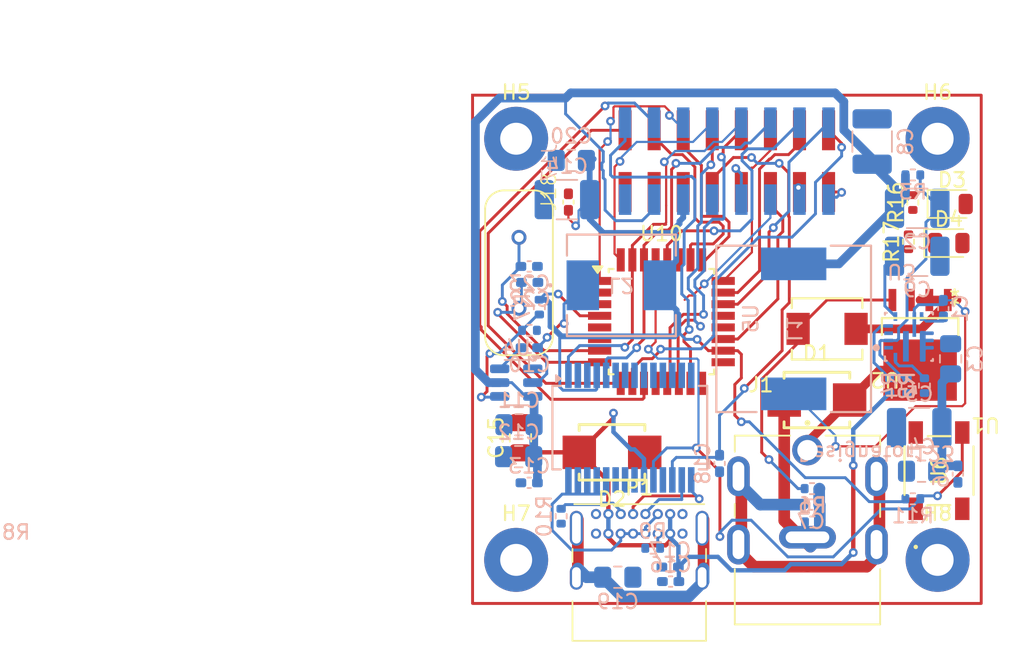
<source format=kicad_pcb>
(kicad_pcb (version 20240108) (generator "pcbnew") (generator_version "8.0")
  (layers (0 "F.Cu" signal) (31 "B.Cu" signal) (34 "B.Paste" user) (35 "F.Paste" user) (36 "B.SilkS" user "B.Silkscreen") (37 "F.SilkS" user "F.Silkscreen") (38 "B.Mask" user) (39 "F.Mask" user) (44 "Edge.Cuts" user))
  (net 0 "")
  (net 1 "GND")
  (net 2 "+5V_POW")
  (net 3 "DIR")
  (net 4 "STEP")
  (net 5 "+12V")
  (net 6 "Net-(U3-BOOT)")
  (net 7 "Net-(U3-SW)")
  (net 8 "Net-(U3-FB)")
  (net 9 "PWR_IN_PROT")
  (net 10 "GND3")
  (net 11 "GND2")
  (net 12 "Net-(U3-SS)")
  (net 13 "Net-(U4-SW)")
  (net 14 "Net-(U4-VBST)")
  (net 15 "+5V_USBC")
  (net 16 "+3V3")
  (net 17 "Net-(P1-SHIELD)")
  (net 18 "Quartz_1")
  (net 19 "Quartz_2")
  (net 20 "ADC0")
  (net 21 "ADC1")
  (net 22 "ADC2")
  (net 23 "ADC3")
  (net 24 "+24V")
  (net 25 "LED_0")
  (net 26 "Net-(D3-K)")
  (net 27 "LED_1")
  (net 28 "Net-(D4-K)")
  (net 29 "MOSI")
  (net 30 "SDA")
  (net 31 "RESET")
  (net 32 "TXD")
  (net 33 "RXD")
  (net 34 "SCL")
  (net 35 "MISO")
  (net 36 "SCK")
  (net 37 "USBD-")
  (net 38 "USBD+")
  (net 39 "Net-(P1-VCONN)")
  (net 40 "Net-(P1-CC)")
  (net 41 "Net-(U1-G)")
  (net 42 "Net-(U3-PG)")
  (net 43 "Net-(U3-MODE)")
  (net 44 "Net-(U4-VFB)")
  (net 45 "AREF")
  (net 63 "FAN_01_PWM_clockwise")
  (net 64 "FAN_01_PWM_counterclockwise")
  (net 65 "FAN_2_PWM")
  (net 66 "FAN_3_PWM")
  (net 68 "BLT_Switch")
  (net 69 "BLT_Servo")
  (net 70 "LED_2")
  (net 71 "LED_3")
  (net 72 "SMD_TEMP_1")
  (net 73 "SMD_TEMP_0")
  (footprint "Resistor_SMD:R_0402_1005Metric" (layer "F.Cu") (at 58.7 36.8 90)
    (property "Reference" "R17")
    (property "Value" "330")
  )
  (footprint "LED_SMD:LED_0805_2012Metric" (layer "F.Cu") (at 61.7 34.2)
    (property "Reference" "D3")
    (property "Value" "YELLOW")
  )
  (footprint "MountingHole:MountingHole_2.2mm_M2_Pad_TopBottom" (layer "F.Cu") (at 31.705 58.7068)
    (property "Reference" "H7")
    (property "Value" "MountHole")
  )
  (footprint "Imported_Component_Footprints:SZ1SMB5927BT3G" (layer "F.Cu") (at 53.1 42.8 180)
    (property "Reference" "U2")
    (property "Value" "SZ1SMB5927BT3G")
  )
  (footprint "MountingHole:MountingHole_2.2mm_M2_Pad_TopBottom" (layer "F.Cu") (at 60.705 29.7068)
    (property "Reference" "H6")
    (property "Value" "MountHole")
  )
  (footprint "Resistor_SMD:R_0402_1005Metric" (layer "F.Cu") (at 59 34.1 90)
    (property "Reference" "R16")
    (property "Value" "330")
  )
  (footprint "Capacitor_SMD:C_0402_1005Metric_Pad0.74x0.62mm_HandSolder" (layer "F.Cu") (at 35.3 34.0675 90)
    (property "Reference" "C21" (hide yes))
    (property "Value" "100nF")
  )
  (footprint "LED_SMD:LED_0805_2012Metric" (layer "F.Cu") (at 61.47375 36.89)
    (property "Reference" "D4")
    (property "Value" "YELLOW")
  )
  (footprint "Imported_Component_Footprints:XTAL_ECS-160-18-4X-CKM" (layer "F.Cu") (at 31.9 38.94 90)
    (property "Reference" "Y1" (hide yes))
    (property "Value" "ECS-160-18-4X-CKM")
  )
  (footprint "Imported_Component_Footprints:824521241" (layer "F.Cu") (at 38.3 51.3 180)
    (property "Reference" "D2")
    (property "Value" "WE-TVSP_DO-214AA_600W_BI")
  )
  (footprint "Imported_Component_Footprints:824521241" (layer "F.Cu") (at 52.4 47.7)
    (property "Reference" "D1")
    (property "Value" "WE-TVSP_DO-214AA_600W_BI")
  )
  (footprint "CustomFotLibByJan:BF030-16A-B1-0360-0277-0600-LB" (layer "F.Cu") (at 39.2 33.375 90)
    (property "Reference" "J18")
    (property "Value" "Steckverbinder_Female_Leistung")
  )
  (footprint "Capacitor_SMD:C_0805_2012Metric_Pad1.18x1.45mm_HandSolder" (layer "F.Cu") (at 32 50.3 90)
    (property "Reference" "C15")
    (property "Value" "10µF")
  )
  (footprint "Imported_Component_Footprints:SW_PTS647SM38SMTR2LFS_CNK" (layer "F.Cu") (at 60.8 52.5619 90)
    (property "Reference" "U6")
    (property "Value" "PTS647SM38SMTR2LFS")
  )
  (footprint "Imported_Component_Footprints:CUI_PJ-082BH" (layer "F.Cu") (at 51.75 60.4)
    (property "Reference" "J1")
    (property "Value" "PJ-082BH")
  )
  (footprint "MountingHole:MountingHole_2.2mm_M2_Pad_TopBottom" (layer "F.Cu") (at 60.705 58.7068)
    (property "Reference" "H8")
    (property "Value" "MountHole")
  )
  (footprint "MountingHole:MountingHole_2.2mm_M2_Pad_TopBottom" (layer "F.Cu") (at 31.705 29.7068)
    (property "Reference" "H5")
    (property "Value" "MountHole")
  )
  (footprint "Connector_USB:USB_C_Receptacle_GCT_USB4085" (layer "F.Cu") (at 37.2 55.55)
    (property "Reference" "P1")
    (property "Value" "USB_C_Plug_USB2.0")
  )
  (footprint "Package_QFP:TQFP-32_7x7mm_P0.8mm" (layer "F.Cu") (at 41.7 42.3)
    (property "Reference" "U10")
    (property "Value" "ATmega328PB-A")
  )
  (footprint "Imported_Component_Footprints:SQJ409EP_T1_GE3" (layer "F.Cu") (at 59.5 44.4207 180)
    (property "Reference" "U1")
    (property "Value" "SQJ409EP-T1_GE3")
  )
  (footprint "Imported_Component_Footprints:TPS56837HRPAR" (layer "B.Cu") (at 58.7311 43.35)
    (property "Reference" "U3")
    (property "Value" "TPS56837HRPAR")
  )
  (footprint "Capacitor_SMD:C_0402_1005Metric_Pad0.74x0.62mm_HandSolder" (layer "B.Cu") (at 51.9875 54.9)
    (property "Reference" "C7")
    (property "Value" "100nF")
  )
  (footprint "Capacitor_SMD:C_0402_1005Metric_Pad0.74x0.62mm_HandSolder" (layer "B.Cu") (at 45.7 52.0675 -90)
    (property "Reference" "C18")
    (property "Value" "100nF")
  )
  (footprint "Capacitor_SMD:C_0805_2012Metric_Pad1.18x1.45mm_HandSolder" (layer "B.Cu") (at 31.9 49.4 180)
    (property "Reference" "C11")
    (property "Value" "10µF")
  )
  (footprint "Resistor_SMD:R_0402_1005Metric" (layer "B.Cu") (at 41.1 57.9 180)
    (property "Reference" "R9")
    (property "Value" "5k1")
  )
  (footprint "Capacitor_SMD:C_1210_3225Metric_Pad1.33x2.70mm_HandSolder" (layer "B.Cu") (at 56.2 29.9 90)
    (property "Reference" "C8")
    (property "Value" "47µF")
  )
  (footprint "Capacitor_SMD:C_0402_1005Metric_Pad0.74x0.62mm_HandSolder" (layer "B.Cu") (at 32.6325 39.6)
    (property "Reference" "C22")
    (property "Value" "18pF")
  )
  (footprint "Resistor_SMD:R_0402_1005Metric" (layer "B.Cu") (at 32.62 42.9)
    (property "Reference" "R8")
    (property "Value" "10k")
  )
  (footprint "Resistor_SMD:R_0402_1005Metric" (layer "B.Cu") (at 33.3 41.3 -90)
    (property "Reference" "R7")
    (property "Value" "54.9k")
  )
  (footprint "Capacitor_SMD:C_0805_2012Metric_Pad1.18x1.45mm_HandSolder" (layer "B.Cu") (at 31.8775 51.6 180)
    (property "Reference" "C12")
    (property "Value" "10µF")
  )
  (footprint "Capacitor_SMD:C_0402_1005Metric_Pad0.74x0.62mm_HandSolder" (layer "B.Cu") (at 32.6 53.4 180)
    (property "Reference" "C13")
    (property "Value" "100nF")
  )
  (footprint "Capacitor_SMD:C_1210_3225Metric_Pad1.33x2.70mm_HandSolder" (layer "B.Cu") (at 59.3 34.5)
    (property "Reference" "C2")
    (property "Value" "22nF")
  )
  (footprint "Capacitor_SMD:C_0402_1005Metric_Pad0.74x0.62mm_HandSolder" (layer "B.Cu") (at 42.3325 60.2 180)
    (property "Reference" "C16")
    (property "Value" "100nF")
  )
  (footprint "Resistor_SMD:R_0402_1005Metric" (layer "B.Cu") (at 58.6 46.71 -90)
    (property "Reference" "R4")
    (property "Value" "1k58")
  )
  (footprint "Resistor_SMD:R_0402_1005Metric" (layer "B.Cu") (at 59 32.2)
    (property "Reference" "R3")
    (property "Value" "30k")
  )
  (footprint "Resistor_SMD:R_0402_1005Metric" (layer "B.Cu") (at 52.065 53.8)
    (property "Reference" "R1")
    (property "Value" "100k")
  )
  (footprint "Resistor_SMD:R_0402_1005Metric" (layer "B.Cu") (at 34.8 55.7 -90)
    (property "Reference" "R10")
    (property "Value" "5k1")
  )
  (footprint "Capacitor_SMD:C_0402_1005Metric_Pad0.74x0.62mm_HandSolder" (layer "B.Cu") (at 32.61 44.1)
    (property "Reference" "C10")
    (property "Value" "100nF")
  )
  (footprint "Capacitor_SMD:C_0805_2012Metric_Pad1.18x1.45mm_HandSolder" (layer "B.Cu") (at 38.7 59.9)
    (property "Reference" "C19")
    (property "Value" "1uF")
  )
  (footprint "CustomFotLibByJan:BF100-16-A-D-1-0640-L-C" (layer "B.Cu") (at 39.2 28.6 -90)
    (property "Reference" "J17")
    (property "Value" "Steckverbinder_Male_Leistung")
  )
  (footprint "Capacitor_SMD:C_0402_1005Metric_Pad0.74x0.62mm_HandSolder" (layer "B.Cu") (at 42.3 59.2 180)
    (property "Reference" "C17")
    (property "Value" "100nF")
  )
  (footprint "Imported_Component_Footprints:SPM10040T_4R7M_HZ" (layer "B.Cu") (at 50.8 42.8 90)
    (property "Reference" "L1")
    (property "Value" "4.7µH")
  )
  (footprint "Capacitor_SMD:C_1210_3225Metric_Pad1.33x2.70mm_HandSolder" (layer "B.Cu") (at 59.4375 49.6 180)
    (property "Reference" "C5")
    (property "Value" "10µF")
  )
  (footprint "Capacitor_SMD:C_0402_1005Metric_Pad0.74x0.62mm_HandSolder" (layer "B.Cu") (at 62.1 52.8 -90)
    (property "Reference" "C6")
    (property "Value" "100nF")
  )
  (footprint "Package_TO_SOT_SMD:SOT-23-6" (layer "B.Cu") (at 31.71 46.5 180)
    (property "Reference" "U4")
    (property "Value" "TPS565208")
  )
  (footprint "Capacitor_SMD:C_1210_3225Metric_Pad1.33x2.70mm_HandSolder" (layer "B.Cu") (at 59.3 37.8)
    (property "Reference" "C9")
    (property "Value" "22nF")
  )
  (footprint "Capacitor_SMD:C_0805_2012Metric_Pad1.18x1.45mm_HandSolder" (layer "B.Cu") (at 59.6 52.6 180)
    (property "Reference" "C4")
    (property "Value" "10µF")
  )
  (footprint "Resistor_SMD:R_0402_1005Metric" (layer "B.Cu") (at 59.8 46.71 -90)
    (property "Reference" "R5")
    (property "Value" "30.1k")
  )
  (footprint "Resistor_SMD:R_0402_1005Metric" (layer "B.Cu") (at 57.4 46.71 90)
    (property "Reference" "R2")
    (property "Value" "100k")
  )
  (footprint "Capacitor_SMD:C_0805_2012Metric_Pad1.18x1.45mm_HandSolder" (layer "B.Cu") (at 61.6 44.8625 90)
    (property "Reference" "C3")
    (property "Value" "10µF")
  )
  (footprint "Resistor_SMD:R_0402_1005Metric" (layer "B.Cu") (at 52.0875 56.1 180)
    (property "Reference" "R6")
    (property "Value" "10")
  )
  (footprint "Package_SO:SSOP-28_5.3x10.2mm_P0.65mm" (layer "B.Cu") (at 39.525 49.6 -90)
    (property "Reference" "U5")
    (property "Value" "FT232RL")
  )
  (footprint "Capacitor_SMD:C_0402_1005Metric_Pad0.74x0.62mm_HandSolder" (layer "B.Cu") (at 32.6 38.5)
    (property "Reference" "C23")
    (property "Value" "18pF")
  )
  (footprint "Imported_Component_Footprints:IHLP2525CZER3R3M11" (layer "B.Cu") (at 38.9457 39.8)
    (property "Reference" "L2")
    (property "Value" "3.3µH")
  )
  (footprint "Capacitor_SMD:C_1210_3225Metric_Pad1.33x2.70mm_HandSolder" (layer "B.Cu") (at 35.2 33.9 180)
    (property "Reference" "C14")
    (property "Value" "22µF")
  )
  (footprint "Resistor_SMD:R_0402_1005Metric" (layer "B.Cu") (at 59 54.5)
    (property "Reference" "R11")
    (property "Value" "10k")
  )
  (footprint "Capacitor_SMD:C_0805_2012Metric_Pad1.18x1.45mm_HandSolder" (layer "B.Cu") (at 35.5 31.2 180)
    (property "Reference" "C20")
    (property "Value" "4.7uF")
  )
  (footprint "Capacitor_SMD:C_0402_1005Metric_Pad0.74x0.62mm_HandSolder" (layer "B.Cu") (at 61.1 41.4 90)
    (property "Reference" "C1")
    (property "Value" "100nF")
  )
  (gr_rect (start 28.705 26.7068) (end 63.705 61.7068) (stroke (width 0.2)) (fill none) (layer "F.Cu") (net 19))
  (segment (start 40.6 56.9) (end 38.9 56.9) (width 0.2) (layer "B.Cu") (net 0))
  (segment (start 37.8 54.175) (end 37.9 54.075) (width 0.2) (layer "B.Cu") (net 0))
  (segment (start 35.53934 58.03) (end 34.18 56.67066) (width 0.2) (layer "B.Cu") (net 0))
  (segment (start 41.45 55.55) (end 41.45 55.619239) (width 0.2) (layer "B.Cu") (net 0))
  (segment (start 37.9 54.075) (end 37.9 53) (width 0.2) (layer "B.Cu") (net 0))
  (segment (start 34.18 56.67066) (end 34.18 54.871076) (width 0.2) (layer "B.Cu") (net 0))
  (segment (start 34.876076 54.175) (end 37.8 54.175) (width 0.2) (layer "B.Cu") (net 0))
  (segment (start 40.6 56.469239) (end 40.6 56.9) (width 0.2) (layer "B.Cu") (net 0))
  (segment (start 41.45 55.619239) (end 40.6 56.469239) (width 0.2) (layer "B.Cu") (net 0))
  (segment (start 38.9 56.9) (end 38.9 57.394974) (width 0.2) (layer "B.Cu") (net 0))
  (segment (start 38.9 57.394974) (end 38.264974 58.03) (width 0.2) (layer "B.Cu") (net 0))
  (segment (start 34.18 54.871076) (end 34.876076 54.175) (width 0.2) (layer "B.Cu") (net 0))
  (segment (start 38.264974 58.03) (end 35.53934 58.03) (width 0.2) (layer "B.Cu") (net 0))
  (segment (start 46.95 44.3) (end 47.2 44.55) (width 0.2) (layer "F.Cu") (net 2))
  (segment (start 44.932243 44.3) (end 44.154709 43.522466) (width 0.2) (layer "F.Cu") (net 2))
  (segment (start 36.1 41.9) (end 34.6 40.4) (width 0.2) (layer "F.Cu") (net 2))
  (segment (start 37.45 41.9) (end 36.1 41.9) (width 0.2) (layer "F.Cu") (net 2))
  (segment (start 45.95 44.3) (end 46.95 44.3) (width 0.2) (layer "F.Cu") (net 2))
  (segment (start 45.95 44.3) (end 44.932243 44.3) (width 0.2) (layer "F.Cu") (net 2))
  (segment (start 47.2 44.55) (end 47.2 46.180761) (width 0.2) (layer "F.Cu") (net 2))
  (segment (start 35.3 35.2) (end 35.8 35.7) (width 0.15) (layer "F.Cu") (net 2))
  (segment (start 46.75 48.75) (end 47.2 49.2) (width 0.2) (layer "F.Cu") (net 2))
  (segment (start 46.75 46.630761) (end 46.75 48.75) (width 0.2) (layer "F.Cu") (net 2))
  (segment (start 35.3 34.635) (end 35.3 35.2) (width 0.15) (layer "F.Cu") (net 2))
  (segment (start 47.2 46.180761) (end 46.75 46.630761) (width 0.2) (layer "F.Cu") (net 2))
  (via (at 47.2 49.2) (size 0.6) (drill 0.3) (layers "F.Cu" "B.Cu") (net 2))
  (via (at 34.6 40.4) (size 0.6) (drill 0.3) (layers "F.Cu" "B.Cu") (net 2))
  (via (at 44.154709 43.522466) (size 0.6) (drill 0.3) (layers "F.Cu" "B.Cu") (net 2))
  (via (at 35.8 35.7) (size 0.6) (drill 0.3) (layers "F.Cu" "B.Cu") (net 2))
  (segment (start 58.29 54.7) (end 58.49 54.5) (width 0.2) (layer "B.Cu") (net 2))
  (segment (start 47.2 49.2) (end 47.74939 49.2) (width 0.2) (layer "B.Cu") (net 2))
  (segment (start 35.8 35.7) (end 36 35.5) (width 0.15) (layer "B.Cu") (net 2))
  (segment (start 42.7144 35.9856) (end 42.505972 36.194028) (width 0.4) (layer "B.Cu") (net 2))
  (segment (start 56 54.7) (end 58.29 54.7) (width 0.2) (layer "B.Cu") (net 2))
  (segment (start 42.505972 36.194028) (end 37.706528 36.194028) (width 0.4) (layer "B.Cu") (net 2))
  (segment (start 43.37099 43.522466) (end 44.154709 43.522466) (width 0.2) (layer "B.Cu") (net 2))
  (segment (start 37.25 46.95) (end 37.175 47.025) (width 0.2) (layer "B.Cu") (net 2))
  (segment (start 42.7144 36.402456) (end 42.505972 36.194028) (width 0.4) (layer "B.Cu") (net 2))
  (segment (start 42.962776 43.114252) (end 43.37099 43.522466) (width 0.2) (layer "B.Cu") (net 2))
  (segment (start 34.143769 42.639012) (end 34.819457 43.3147) (width 0.4) (layer "B.Cu") (net 2))
  (segment (start 37.25 45.8) (end 37.25 46.95) (width 0.2) (layer "B.Cu") (net 2))
  (segment (start 34.925 47.025) (end 34.702379 46.802379) (width 0.2) (layer "B.Cu") (net 2))
  (segment (start 41.6 39.8) (end 41.6 39.231944) (width 0.4) (layer "B.Cu") (net 2))
  (segment (start 34.07 41.109339) (end 34.07 42.639012) (width 0.4) (layer "B.Cu") (net 2))
  (segment (start 42.7144 38.117544) (end 42.7144 36.402456) (width 0.4) (layer "B.Cu") (net 2))
  (segment (start 41.6 39.231944) (end 42.7144 38.117544) (width 0.4) (layer "B.Cu") (net 2))
  (segment (start 43.184314 35.152944) (end 42.950001 35.387256) (width 0.4) (layer "B.Cu") (net 2))
  (segment (start 51.59939 53.05) (end 54.35 53.05) (width 0.2) (layer "B.Cu") (net 2))
  (segment (start 34.702379 46.802379) (end 34.702379 43.431778) (width 0.2) (layer "B.Cu") (net 2))
  (segment (start 42.95 35.547183) (end 42.7144 35.782782) (width 0.4) (layer "B.Cu") (net 2))
  (segment (start 37.706528 36.194028) (end 36.7625 35.25) (width 0.4) (layer "B.Cu") (net 2))
  (segment (start 43.2 35.137258) (end 43.184314 35.152944) (width 0.4) (layer "B.Cu") (net 2))
  (segment (start 47.74939 49.2) (end 51.59939 53.05) (width 0.2) (layer "B.Cu") (net 2))
  (segment (start 37.0375 31.1) (end 36.7625 31.375) (width 0.4) (layer "B.Cu") (net 2))
  (segment (start 36.7625 31.375) (end 36.7625 33.9) (width 0.4) (layer "B.Cu") (net 2))
  (segment (start 34.702379 43.431778) (end 34.819457 43.3147) (width 0.2) (layer "B.Cu") (net 2))
  (segment (start 42.962776 41.759676) (end 42.962776 43.114252) (width 0.2) (layer "B.Cu") (net 2))
  (segment (start 42.75 41.510661) (end 41.6 40.360661) (width 0.4) (layer "B.Cu") (net 2))
  (segment (start 34.819457 43.3147) (end 42.597244 43.3147) (width 0.4) (layer "B.Cu") (net 2))
  (segment (start 34.6 40.4) (end 33.69 40.4) (width 0.2) (layer "B.Cu") (net 2))
  (segment (start 34.07 42.639012) (end 34.143769 42.639012) (width 0.4) (layer "B.Cu") (net 2))
  (segment (start 33.750661 40.79) (end 34.07 41.109339) (width 0.4) (layer "B.Cu") (net 2))
  (segment (start 33.3 40.79) (end 33.750661 40.79) (width 0.4) (layer "B.Cu") (net 2))
  (segment (start 42.75 43.161944) (end 42.75 41.510661) (width 0.4) (layer "B.Cu") (net 2))
  (segment (start 36.7625 35.25) (end 36.7625 33.9) (width 0.4) (layer "B.Cu") (net 2))
  (segment (start 42.950001 35.387256) (end 42.95 35.387258) (width 0.4) (layer "B.Cu") (net 2))
  (segment (start 42.597244 43.3147) (end 42.75 43.161944) (width 0.4) (layer "B.Cu") (net 2))
  (segment (start 41.6 39.8) (end 41.6 40.3969) (width 0.2) (layer "B.Cu") (net 2))
  (segment (start 33.69 40.4) (end 33.3 40.79) (width 0.2) (layer "B.Cu") (net 2))
  (segment (start 36 34.6625) (end 36.7625 33.9) (width 0.15) (layer "B.Cu") (net 2))
  (segment (start 42.95 35.387258) (end 42.95 35.547183) (width 0.4) (layer "B.Cu") (net 2))
  (segment (start 41.6 40.3969) (end 42.962776 41.759676) (width 0.2) (layer "B.Cu") (net 2))
  (segment (start 42.7144 35.782782) (end 42.7144 35.9856) (width 0.4) (layer "B.Cu") (net 2))
  (segment (start 54.35 53.05) (end 56 54.7) (width 0.2) (layer "B.Cu") (net 2))
  (segment (start 36 35.5) (end 36 34.6625) (width 0.15) (layer "B.Cu") (net 2))
  (segment (start 37.175 47.025) (end 34.925 47.025) (width 0.2) (layer "B.Cu") (net 2))
  (segment (start 43.2 33.9) (end 43.2 35.137258) (width 0.4) (layer "B.Cu") (net 2))
  (segment (start 41.6 40.360661) (end 41.6 39.8) (width 0.4) (layer "B.Cu") (net 2))
  (segment (start 38.475 37.625) (end 38.475 31.640578) (width 0.15) (layer "F.Cu") (net 3))
  (segment (start 38.9 38.05) (end 38.475 37.625) (width 0.15) (layer "F.Cu") (net 3))
  (segment (start 38.475 31.640578) (end 38.85 31.265578) (width 0.15) (layer "F.Cu") (net 3))
  (via (at 38.85 31.265578) (size 0.6) (drill 0.3) (layers "F.Cu" "B.Cu") (net 3))
  (segment (start 43.875 29.925) (end 45.2 28.6) (width 0.15) (layer "B.Cu") (net 3))
  (segment (start 38.85 31.07972) (end 40.00472 29.925) (width 0.15) (layer "B.Cu") (net 3))
  (segment (start 38.85 31.265578) (end 38.85 31.07972) (width 0.15) (layer "B.Cu") (net 3))
  (segment (start 40.00472 29.925) (end 43.875 29.925) (width 0.15) (layer "B.Cu") (net 3))
  (segment (start 34.084314 47.65) (end 29.3 42.865686) (width 0.2) (layer "F.Cu") (net 4))
  (segment (start 29.3 42.665686) (end 29.2 42.565686) (width 0.2) (layer "F.Cu") (net 4))
  (segment (start 29.2 36.073115) (end 37.823115 27.45) (width 0.2) (layer "F.Cu") (net 4))
  (segment (start 40.4 47.65) (end 34.084314 47.65) (width 0.2) (layer "F.Cu") (net 4))
  (segment (start 29.3 42.865686) (end 29.3 42.665686) (width 0.2) (layer "F.Cu") (net 4))
  (segment (start 40.5 46.55) (end 40.5 47.55) (width 0.2) (layer "F.Cu") (net 4))
  (segment (start 40.5 47.55) (end 40.4 47.65) (width 0.2) (layer "F.Cu") (net 4))
  (segment (start 29.2 42.565686) (end 29.2 36.073115) (width 0.2) (layer "F.Cu") (net 4))
  (via (at 37.823115 27.45) (size 0.6) (drill 0.3) (layers "F.Cu" "B.Cu") (net 4))
  (segment (start 39.85 27.25) (end 38.023115 27.25) (width 0.2) (layer "B.Cu") (net 4))
  (segment (start 38.023115 27.25) (end 37.823115 27.45) (width 0.2) (layer "B.Cu") (net 4))
  (segment (start 41.2 28.6) (end 39.85 27.25) (width 0.2) (layer "B.Cu") (net 4))
  (segment (start 54.25 27.15) (end 54.25 29.10901) (width 0.6) (layer "B.Cu") (net 5))
  (segment (start 38.55 35.35) (end 37.825 34.625) (width 0.2) (layer "B.Cu") (net 5))
  (segment (start 56.2 31.05901) (end 56.2 31.4625) (width 0.6) (layer "B.Cu") (net 5))
  (segment (start 37.7 30.58995) (end 35.1068 27.99675) (width 0.2) (layer "B.Cu") (net 5))
  (segment (start 41.2 34.525) (end 40.375 35.35) (width 0.2) (layer "B.Cu") (net 5))
  (segment (start 37.825 32.532107) (end 37.7 32.407107) (width 0.2) (layer "B.Cu") (net 5))
  (segment (start 35.1068 26.9068) (end 30.545202 26.9068) (width 0.6) (layer "B.Cu") (net 5))
  (segment (start 50.6 38.32325) (end 53.91425 38.32325) (width 0.6) (layer "B.Cu") (net 5))
  (segment (start 37.6 31.807106) (end 37.6 31.392894) (width 0.2) (layer "B.Cu") (net 5))
  (segment (start 29.795184 46.5) (end 30.5725 46.5) (width 0.6) (layer "B.Cu") (net 5))
  (segment (start 31.403026 46.5) (end 32.353026 47.45) (width 0.2) (layer "B.Cu") (net 5))
  (segment (start 32.9375 49.4) (end 32.9375 47.54) (width 0.6) (layer "B.Cu") (net 5))
  (segment (start 35.1068 27.99675) (end 35.1068 26.9068) (width 0.2) (layer "B.Cu") (net 5))
  (segment (start 57.7375 34.5) (end 57.7375 33) (width 0.6) (layer "B.Cu") (net 5))
  (segment (start 30.545202 26.9068) (end 28.9 28.552002) (width 0.6) (layer "B.Cu") (net 5))
  (segment (start 35.4636 26.55) (end 53.65 26.55) (width 0.6) (layer "B.Cu") (net 5))
  (segment (start 40.375 35.35) (end 38.55 35.35) (width 0.2) (layer "B.Cu") (net 5))
  (segment (start 33.1675 51.8525) (end 32.915 51.6) (width 0.6) (layer "B.Cu") (net 5))
  (segment (start 37.7 31.292894) (end 37.7 30.58995) (width 0.2) (layer "B.Cu") (net 5))
  (segment (start 54.25 29.10901) (end 56.2 31.05901) (width 0.6) (layer "B.Cu") (net 5))
  (segment (start 53.91425 38.32325) (end 57.7375 34.5) (width 0.6) (layer "B.Cu") (net 5))
  (segment (start 32.915 49.4225) (end 32.9375 49.4) (width 0.6) (layer "B.Cu") (net 5))
  (segment (start 57.7375 33) (end 56.2 31.4625) (width 0.6) (layer "B.Cu") (net 5))
  (segment (start 37.825 34.625) (end 37.825 32.532107) (width 0.2) (layer "B.Cu") (net 5))
  (segment (start 41.2 33.9) (end 41.2 34.525) (width 0.2) (layer "B.Cu") (net 5))
  (segment (start 33.1675 53.4) (end 33.1675 51.8525) (width 0.6) (layer "B.Cu") (net 5))
  (segment (start 32.915 51.6) (end 32.915 49.4225) (width 0.6) (layer "B.Cu") (net 5))
  (segment (start 58.49 33.7475) (end 57.7375 34.5) (width 0.6) (layer "B.Cu") (net 5))
  (segment (start 37.6 31.392894) (end 37.7 31.292894) (width 0.2) (layer "B.Cu") (net 5))
  (segment (start 28.9 45.604816) (end 29.795184 46.5) (width 0.6) (layer "B.Cu") (net 5))
  (segment (start 32.9375 47.54) (end 32.8475 47.45) (width 0.6) (layer "B.Cu") (net 5))
  (segment (start 58.49 32.2) (end 58.49 33.7475) (width 0.6) (layer "B.Cu") (net 5))
  (segment (start 37.7 32.407107) (end 37.7 31.907106) (width 0.2) (layer "B.Cu") (net 5))
  (segment (start 28.9 28.552002) (end 28.9 45.604816) (width 0.6) (layer "B.Cu") (net 5))
  (segment (start 53.65 26.55) (end 54.25 27.15) (width 0.6) (layer "B.Cu") (net 5))
  (segment (start 37.7 31.907106) (end 37.6 31.807106) (width 0.2) (layer "B.Cu") (net 5))
  (segment (start 32.353026 47.45) (end 32.8475 47.45) (width 0.2) (layer "B.Cu") (net 5))
  (segment (start 30.5725 46.5) (end 31.403026 46.5) (width 0.2) (layer "B.Cu") (net 5))
  (segment (start 35.1068 26.9068) (end 35.4636 26.55) (width 0.6) (layer "B.Cu") (net 5))
  (segment (start 61.1 42.2675) (end 59.918601 42.2675) (width 0.2) (layer "B.Cu") (net 6))
  (segment (start 59.918601 42.2675) (end 59.601101 41.95) (width 0.2) (layer "B.Cu") (net 6))
  (segment (start 62.4023 48.1231) (end 62.6 47.9254) (width 0.15) (layer "F.Cu") (net 7))
  (segment (start 62.6 47.9254) (end 62.6 41.6) (width 0.15) (layer "F.Cu") (net 7))
  (segment (start 56.42869 50.88821) (end 59.1938 48.1231) (width 0.15) (layer "F.Cu") (net 7))
  (segment (start 53.688212 50.88821) (end 56.42869 50.88821) (width 0.15) (layer "F.Cu") (net 7))
  (segment (start 59.1938 48.1231) (end 62.4023 48.1231) (width 0.15) (layer "F.Cu") (net 7))
  (via (at 62.6 41.6) (size 0.6) (drill 0.3) (layers "F.Cu" "B.Cu") (net 7))
  (via (at 53.688212 50.88821) (size 0.6) (drill 0.3) (layers "F.Cu" "B.Cu") (net 7))
  (segment (start 62.6 41.6) (end 61.8325 40.8325) (width 0.15) (layer "B.Cu") (net 7))
  (segment (start 59.101099 41.425004) (end 59.101099 42.499999) (width 0.2) (layer "B.Cu") (net 7))
  (segment (start 59.393603 41.1325) (end 59.101099 41.425004) (width 0.2) (layer "B.Cu") (net 7))
  (segment (start 61.8325 40.8325) (end 61.1 40.8325) (width 0.15) (layer "B.Cu") (net 7))
  (segment (start 53.688211 50.888209) (end 53.688212 50.88821) (width 0.15) (layer "B.Cu") (net 7))
  (segment (start 53.688212 50.164962) (end 53.688211 50.888209) (width 0.15) (layer "B.Cu") (net 7))
  (segment (start 50.8 47.27675) (end 53.688212 50.164962) (width 0.15) (layer "B.Cu") (net 7))
  (segment (start 61.1 41.1325) (end 59.393603 41.1325) (width 0.2) (layer "B.Cu") (net 7))
  (segment (start 58.6 39.3) (end 59.9 38) (width 0.2) (layer "B.Cu") (net 8))
  (segment (start 58.021101 42.754996) (end 58.6 42.176097) (width 0.2) (layer "B.Cu") (net 8))
  (segment (start 58.6 46.2) (end 58.338924 46.2) (width 0.2) (layer "B.Cu") (net 8))
  (segment (start 58.6 42.176097) (end 58.6 39.3) (width 0.2) (layer "B.Cu") (net 8))
  (segment (start 57.9 43.6) (end 58.021101 43.478899) (width 0.2) (layer "B.Cu") (net 8))
  (segment (start 58.021101 43.478899) (end 58.021101 42.754996) (width 0.2) (layer "B.Cu") (net 8))
  (segment (start 57.3311 43.6) (end 57.9 43.6) (width 0.2) (layer "B.Cu") (net 8))
  (segment (start 59.9 38) (end 59.9 35.4625) (width 0.2) (layer "B.Cu") (net 8))
  (segment (start 59.51 32.2) (end 59.51 33.1475) (width 0.2) (layer "B.Cu") (net 8))
  (segment (start 59.51 33.1475) (end 60.8625 34.5) (width 0.2) (layer "B.Cu") (net 8))
  (segment (start 56.731101 44.592177) (end 56.731101 43.675002) (width 0.2) (layer "B.Cu") (net 8))
  (segment (start 56.731101 43.675002) (end 56.806103 43.6) (width 0.2) (layer "B.Cu") (net 8))
  (segment (start 59.9 35.4625) (end 60.8625 34.5) (width 0.2) (layer "B.Cu") (net 8))
  (segment (start 58.338924 46.2) (end 56.731101 44.592177) (width 0.2) (layer "B.Cu") (net 8))
  (segment (start 56.806103 43.6) (end 57.3311 43.6) (width 0.2) (layer "B.Cu") (net 8))
  (segment (start 62.0375 40.8139) (end 59.4975 40.8139) (width 0.6) (layer "F.Cu") (net 9))
  (segment (start 55.0939 42.8) (end 59.4189 42.8) (width 0.6) (layer "F.Cu") (net 9))
  (segment (start 59.6 42.8) (end 61.5861 40.8139) (width 0.6) (layer "F.Cu") (net 9))
  (segment (start 61 52.2375) (end 60.6375 52.6) (width 0.6) (layer "B.Cu") (net 9))
  (segment (start 61 46.5) (end 61.6 45.9) (width 0.6) (layer "B.Cu") (net 9))
  (segment (start 61 49.6) (end 61 52.2375) (width 0.6) (layer "B.Cu") (net 9))
  (segment (start 61.005 52.2325) (end 60.6375 52.6) (width 0.6) (layer "B.Cu") (net 9))
  (segment (start 62.1 52.2325) (end 61.005 52.2325) (width 0.6) (layer "B.Cu") (net 9))
  (segment (start 61 49.6) (end 61 46.5) (width 0.6) (layer "B.Cu") (net 9))
  (segment (start 47.2 53.6) (end 47.2 58.3) (width 0.8) (layer "F.Cu") (net 10))
  (segment (start 56.7 53.6) (end 56.7 58.3) (width 0.8) (layer "F.Cu") (net 10))
  (segment (start 55.825 59.175) (end 48.075 59.175) (width 0.8) (layer "F.Cu") (net 10))
  (segment (start 48.075 59.175) (end 47.2 58.3) (width 0.8) (layer "F.Cu") (net 10))
  (segment (start 56.7 58.3) (end 55.825 59.175) (width 0.8) (layer "F.Cu") (net 10))
  (segment (start 48.5 54.9) (end 47.2 53.6) (width 0.8) (layer "B.Cu") (net 10))
  (segment (start 51.42 54.9) (end 48.5 54.9) (width 0.8) (layer "B.Cu") (net 10))
  (segment (start 50.15 56) (end 50.15 47.7) (width 0.8) (layer "F.Cu") (net 11))
  (segment (start 51.95 57.8) (end 50.15 56) (width 0.8) (layer "F.Cu") (net 11))
  (segment (start 52.555 54.9) (end 52.555 53.82) (width 0.8) (layer "B.Cu") (net 11))
  (segment (start 52.555 53.82) (end 52.575 53.8) (width 0.8) (layer "B.Cu") (net 11))
  (segment (start 52.5975 56.1) (end 52.5975 57.1525) (width 0.8) (layer "B.Cu") (net 11))
  (segment (start 52.5975 57.1525) (end 51.95 57.8) (width 0.8) (layer "B.Cu") (net 11))
  (segment (start 52.5975 54.9425) (end 52.555 54.9) (width 0.8) (layer "B.Cu") (net 11))
  (segment (start 52.5975 56.1) (end 52.5975 54.9425) (width 0.8) (layer "B.Cu") (net 11))
  (segment (start 57.801099 41.95) (end 57.075 41.223901) (width 0.2) (layer "B.Cu") (net 12))
  (segment (start 57.075 41.223901) (end 57.075 38.4625) (width 0.2) (layer "B.Cu") (net 12))
  (segment (start 57.075 38.4625) (end 57.7375 37.8) (width 0.2) (layer "B.Cu") (net 12))
  (segment (start 33.833108 43.389012) (end 34.787231 42.434889) (width 0.2) (layer "F.Cu") (net 13))
  (segment (start 34.787231 42.434889) (end 35.000308 42.434889) (width 0.2) (layer "F.Cu") (net 13))
  (via (at 33.833108 43.389012) (size 0.6) (drill 0.3) (layers "F.Cu" "B.Cu") (net 13))
  (via (at 35.000308 42.434889) (size 0.6) (drill 0.3) (layers "F.Cu" "B.Cu") (net 13))
  (segment (start 33.81 44.7325) (end 33.81 45.890552) (width 0.2) (layer "B.Cu") (net 13))
  (segment (start 35.000308 41.091092) (end 35.000308 42.434889) (width 0.2) (layer "B.Cu") (net 13))
  (segment (start 33.200552 46.5) (end 32.8475 46.5) (width 0.2) (layer "B.Cu") (net 13))
  (segment (start 36.2914 39.8) (end 35.000308 41.091092) (width 0.2) (layer "B.Cu") (net 13))
  (segment (start 33.1775 44.1) (end 33.81 44.7325) (width 0.2) (layer "B.Cu") (net 13))
  (segment (start 33.1775 44.1) (end 33.833108 43.444392) (width 0.2) (layer "B.Cu") (net 13))
  (segment (start 33.81 45.890552) (end 33.200552 46.5) (width 0.2) (layer "B.Cu") (net 13))
  (segment (start 33.833108 43.444392) (end 33.833108 43.389012) (width 0.2) (layer "B.Cu") (net 13))
  (segment (start 32.0225 44.1) (end 30.5725 45.55) (width 0.2) (layer "B.Cu") (net 14))
  (segment (start 32.0425 44.1) (end 32.0225 44.1) (width 0.2) (layer "B.Cu") (net 14))
  (segment (start 38.05 57.181371) (end 38.05 56.9) (width 0.3) (layer "F.Cu") (net 15))
  (segment (start 41.994974 57.7) (end 38.568629 57.7) (width 0.3) (layer "F.Cu") (net 15))
  (segment (start 38.568629 57.7) (end 38.05 57.181371) (width 0.3) (layer "F.Cu") (net 15))
  (segment (start 38.05 53.3) (end 36.05 51.3) (width 0.3) (layer "F.Cu") (net 15))
  (segment (start 36.05 51.3) (end 32.0375 51.3) (width 0.3) (layer "F.Cu") (net 15))
  (segment (start 42.3 56.9) (end 42.3 57.394974) (width 0.3) (layer "F.Cu") (net 15))
  (segment (start 32.0375 51.3) (end 32 51.3375) (width 0.3) (layer "F.Cu") (net 15))
  (segment (start 42.3 57.394974) (end 41.994974 57.7) (width 0.3) (layer "F.Cu") (net 15))
  (segment (start 38.05 55.55) (end 38.05 53.3) (width 0.3) (layer "F.Cu") (net 15))
  (segment (start 38.4 48.95) (end 38.4 48.6) (width 0.3) (layer "F.Cu") (net 15))
  (segment (start 54.9 58.2) (end 54.9 52.2) (width 0.3) (layer "F.Cu") (net 15))
  (segment (start 36.05 51.3) (end 38.4 48.95) (width 0.3) (layer "F.Cu") (net 15))
  (via (at 54.9 52.2) (size 0.6) (drill 0.3) (layers "F.Cu" "B.Cu") (net 15))
  (via (at 54.9 58.2) (size 0.6) (drill 0.3) (layers "F.Cu" "B.Cu") (net 15))
  (via (at 38.4 48.6) (size 0.6) (drill 0.3) (layers "F.Cu" "B.Cu") (net 15))
  (segment (start 42.3 57.181371) (end 42.3 56.9) (width 0.3) (layer "B.Cu") (net 15))
  (segment (start 39.85 51.1) (end 39.6 51.1) (width 0.3) (layer "B.Cu") (net 15))
  (segment (start 54.9 49.72) (end 54.9 52.2) (width 0.3) (layer "B.Cu") (net 15))
  (segment (start 57.4 47.22) (end 54.9 49.72) (width 0.3) (layer "B.Cu") (net 15))
  (segment (start 40.5 53) (end 40.5 51.75) (width 0.3) (layer "B.Cu") (net 15))
  (segment (start 42.9 60.2) (end 42.9 59.2325) (width 0.3) (layer "B.Cu") (net 15))
  (segment (start 42.3 56.9) (end 42.3 55.55) (width 0.3) (layer "B.Cu") (net 15))
  (segment (start 38.4 48.6) (end 38.4 49.9) (width 0.3) (layer "B.Cu") (net 15))
  (segment (start 54.1 59) (end 54.9 58.2) (width 0.3) (layer "B.Cu") (net 15))
  (segment (start 38.4 49.9) (end 39.6 51.1) (width 0.3) (layer "B.Cu") (net 15))
  (segment (start 50.6 59) (end 54.1 59) (width 0.3) (layer "B.Cu") (net 15))
  (segment (start 45.588299 58.5) (end 46.513299 59.425) (width 0.3) (layer "B.Cu") (net 15))
  (segment (start 42.8675 59.2) (end 42.8675 57.748871) (width 0.3) (layer "B.Cu") (net 15))
  (segment (start 43.5675 58.5) (end 45.588299 58.5) (width 0.3) (layer "B.Cu") (net 15))
  (segment (start 42.8675 57.748871) (end 42.3 57.181371) (width 0.3) (layer "B.Cu") (net 15))
  (segment (start 42.8675 59.2) (end 43.5675 58.5) (width 0.3) (layer "B.Cu") (net 15))
  (segment (start 42.9 59.2325) (end 42.8675 59.2) (width 0.3) (layer "B.Cu") (net 15))
  (segment (start 40.5 51.75) (end 39.85 51.1) (width 0.3) (layer "B.Cu") (net 15))
  (segment (start 38.05 56.9) (end 38.05 55.55) (width 0.3) (layer "B.Cu") (net 15))
  (segment (start 50.175 59.425) (end 50.6 59) (width 0.3) (layer "B.Cu") (net 15))
  (segment (start 46.513299 59.425) (end 50.175 59.425) (width 0.3) (layer "B.Cu") (net 15))
  (segment (start 47.9 31) (end 46.65 31) (width 0.2) (layer "F.Cu") (net 16))
  (segment (start 47.4 46.9) (end 50.006 44.294) (width 0.2) (layer "F.Cu") (net 16))
  (segment (start 50.5 41) (end 50.5 35.1) (width 0.2) (layer "F.Cu") (net 16))
  (segment (start 50.006 44.294) (end 50.006 41.494) (width 0.2) (layer "F.Cu") (net 16))
  (segment (start 46.65 31) (end 45.2 32.45) (width 0.2) (layer "F.Cu") (net 16))
  (segment (start 45.2 32.45) (end 45.2 33.375) (width 0.2) (layer "F.Cu") (net 16))
  (segment (start 50.45 32.05) (end 49.8 31.4) (width 0.2) (layer "F.Cu") (net 16))
  (segment (start 50.006 41.494) (end 50.5 41) (width 0.2) (layer "F.Cu") (net 16))
  (segment (start 50.45 35.05) (end 50.45 32.05) (width 0.2) (layer "F.Cu") (net 16))
  (segment (start 50.5 35.1) (end 50.45 35.05) (width 0.2) (layer "F.Cu") (net 16))
  (via (at 47.4 46.9) (size 0.6) (drill 0.3) (layers "F.Cu" "B.Cu") (net 16))
  (via (at 47.9 31) (size 0.6) (drill 0.3) (layers "F.Cu" "B.Cu") (net 16))
  (via (at 49.8 31.4) (size 0.6) (drill 0.3) (layers "F.Cu" "B.Cu") (net 16))
  (segment (start 45.55 51.65) (end 42.725 51.65) (width 0.2) (layer "B.Cu") (net 16))
  (segment (start 45.7 51.5) (end 45.55 51.65) (width 0.2) (layer "B.Cu") (net 16))
  (segment (start 49.8 31.4) (end 48.3 31.4) (width 0.2) (layer "B.Cu") (net 16))
  (segment (start 42.725 51.65) (end 42.45 51.925) (width 0.2) (layer "B.Cu") (net 16))
  (segment (start 42.45 51.925) (end 42.45 53) (width 0.2) (layer "B.Cu") (net 16))
  (segment (start 48.3 31.4) (end 47.9 31) (width 0.2) (layer "B.Cu") (net 16))
  (segment (start 45.7 51.5) (end 45.7 48.7541) (width 0.2) (layer "B.Cu") (net 16))
  (segment (start 45.7 48.7541) (end 47.4 47.0541) (width 0.2) (layer "B.Cu") (net 16))
  (segment (start 47.4 47.0541) (end 47.4 46.9) (width 0.2) (layer "B.Cu") (net 16))
  (segment (start 44.6 59.3) (end 44.6 55.92) (width 0.8) (layer "F.Cu") (net 17))
  (segment (start 35.95 59.3) (end 35.95 55.92) (width 0.8) (layer "F.Cu") (net 17))
  (segment (start 38.9875 61.225) (end 43.575 61.225) (width 0.8) (layer "B.Cu") (net 17))
  (segment (start 44.6 60.2) (end 44.6 59.3) (width 0.8) (layer "B.Cu") (net 17))
  (segment (start 37.6625 59.9) (end 36.55 59.9) (width 0.8) (layer "B.Cu") (net 17))
  (segment (start 37.6625 59.9) (end 38.9875 61.225) (width 0.8) (layer "B.Cu") (net 17))
  (segment (start 43.575 61.225) (end 44.6 60.2) (width 0.8) (layer "B.Cu") (net 17))
  (segment (start 36.55 59.9) (end 35.95 59.3) (width 0.8) (layer "B.Cu") (net 17))
  (segment (start 30.435 41.745513) (end 30.435 41.660513) (width 0.2) (layer "F.Cu") (net 18))
  (segment (start 37.45 45.1) (end 33.789487 45.1) (width 0.2) (layer "F.Cu") (net 18))
  (segment (start 33.789487 45.1) (end 30.435 41.745513) (width 0.2) (layer "F.Cu") (net 18))
  (via (at 30.435 41.660513) (size 0.6) (drill 0.3) (layers "F.Cu" "B.Cu") (net 18))
  (segment (start 32.065 39.6) (end 32.065 41.215) (width 0.2) (layer "B.Cu") (net 18))
  (segment (start 31.9 41.38) (end 31.619487 41.660513) (width 0.2) (layer "B.Cu") (net 18))
  (segment (start 31.619487 41.660513) (end 30.435 41.660513) (width 0.2) (layer "B.Cu") (net 18))
  (segment (start 32.065 41.215) (end 31.9 41.38) (width 0.2) (layer "B.Cu") (net 18))
  (segment (start 31.085 41.753628) (end 31.085 41.243993) (width 0.2) (layer "F.Cu") (net 19))
  (segment (start 33.631372 44.3) (end 31.085 41.753628) (width 0.2) (layer "F.Cu") (net 19))
  (segment (start 31.085 41.243993) (end 30.75327 40.912263) (width 0.2) (layer "F.Cu") (net 19))
  (segment (start 37.45 44.3) (end 33.631372 44.3) (width 0.2) (layer "F.Cu") (net 19))
  (via (at 30.75327 40.912263) (size 0.6) (drill 0.3) (layers "F.Cu" "B.Cu") (net 19))
  (segment (start 32.0325 38.5) (end 30.75327 39.77923) (width 0.2) (layer "B.Cu") (net 19))
  (segment (start 31.9 36.5) (end 31.9 38.3675) (width 0.2) (layer "B.Cu") (net 19))
  (segment (start 30.75327 39.77923) (end 30.75327 40.912263) (width 0.2) (layer "B.Cu") (net 19))
  (segment (start 31.9 38.3675) (end 32.0325 38.5) (width 0.2) (layer "B.Cu") (net 19))
  (segment (start 49.193978 31.106022) (end 49.5 30.8) (width 0.2) (layer "F.Cu") (net 20))
  (segment (start 51.2 30.05) (end 51.2 29.125) (width 0.2) (layer "F.Cu") (net 20))
  (segment (start 45.95 40.3) (end 46.95 40.3) (width 0.2) (layer "F.Cu") (net 20))
  (segment (start 48.45 38.8) (end 48.45 31.793503) (width 0.2) (layer "F.Cu") (net 20))
  (segment (start 49.5 30.8) (end 50.45 30.8) (width 0.2) (layer "F.Cu") (net 20))
  (segment (start 50.45 30.8) (end 51.2 30.05) (width 0.2) (layer "F.Cu") (net 20))
  (segment (start 46.95 40.3) (end 48.45 38.8) (width 0.2) (layer "F.Cu") (net 20))
  (segment (start 49.137481 31.106022) (end 49.193978 31.106022) (width 0.2) (layer "F.Cu") (net 20))
  (segment (start 48.45 31.793503) (end 49.137481 31.106022) (width 0.2) (layer "F.Cu") (net 20))
  (segment (start 49.2 30.513173) (end 48.013173 31.7) (width 0.15) (layer "F.Cu") (net 21))
  (segment (start 49.2 29.125) (end 49.2 30.513173) (width 0.15) (layer "F.Cu") (net 21))
  (segment (start 48.013173 31.7) (end 47.9 31.7) (width 0.15) (layer "F.Cu") (net 21))
  (segment (start 47.925 31.725) (end 47.925 37.525) (width 0.15) (layer "F.Cu") (net 21))
  (segment (start 47.9 31.7) (end 47.925 31.725) (width 0.15) (layer "F.Cu") (net 21))
  (segment (start 47.925 37.525) (end 45.95 39.5) (width 0.15) (layer "F.Cu") (net 21))
  (segment (start 44.45 31.534315) (end 43.2 30.284315) (width 0.2) (layer "F.Cu") (net 22))
  (segment (start 44.734925 38.05) (end 46.35 36.434925) (width 0.2) (layer "F.Cu") (net 22))
  (segment (start 43.2 30.284315) (end 43.2 29.125) (width 0.2) (layer "F.Cu") (net 22))
  (segment (start 45.95 35.05) (end 44.45 35.05) (width 0.2) (layer "F.Cu") (net 22))
  (segment (start 44.45 35.05) (end 44.45 31.534315) (width 0.2) (layer "F.Cu") (net 22))
  (segment (start 46.35 36.434925) (end 46.35 35.45) (width 0.2) (layer "F.Cu") (net 22))
  (segment (start 44.5 38.05) (end 44.734925 38.05) (width 0.2) (layer "F.Cu") (net 22))
  (segment (start 46.35 35.45) (end 45.95 35.05) (width 0.2) (layer "F.Cu") (net 22))
  (segment (start 42.419239 30.8) (end 41.2 29.580761) (width 0.2) (layer "F.Cu") (net 23))
  (segment (start 44 31.65) (end 43.15 30.8) (width 0.2) (layer "F.Cu") (net 23))
  (segment (start 44.284314 35.45) (end 44 35.165686) (width 0.2) (layer "F.Cu") (net 23))
  (segment (start 43.7 38.05) (end 43.7 37.05) (width 0.2) (layer "F.Cu") (net 23))
  (segment (start 45.269239 36.95) (end 45.95 36.269239) (width 0.2) (layer "F.Cu") (net 23))
  (segment (start 43.15 30.8) (end 42.419239 30.8) (width 0.2) (layer "F.Cu") (net 23))
  (segment (start 45.669239 35.45) (end 44.284314 35.45) (width 0.2) (layer "F.Cu") (net 23))
  (segment (start 45.95 35.730761) (end 45.669239 35.45) (width 0.2) (layer "F.Cu") (net 23))
  (segment (start 41.2 29.580761) (end 41.2 29.125) (width 0.2) (layer "F.Cu") (net 23))
  (segment (start 43.8 36.95) (end 45.269239 36.95) (width 0.2) (layer "F.Cu") (net 23))
  (segment (start 45.95 36.269239) (end 45.95 35.730761) (width 0.2) (layer "F.Cu") (net 23))
  (segment (start 43.7 37.05) (end 43.8 36.95) (width 0.2) (layer "F.Cu") (net 23))
  (segment (start 44 35.165686) (end 44 31.65) (width 0.2) (layer "F.Cu") (net 23))
  (segment (start 51.95 50.4) (end 51.95 51.8) (width 0.6) (layer "F.Cu") (net 24))
  (segment (start 56.7101 45.6399) (end 54.65 47.7) (width 0.6) (layer "F.Cu") (net 24))
  (segment (start 54.65 47.7) (end 51.95 50.4) (width 0.6) (layer "F.Cu") (net 24))
  (segment (start 59.5 45.6399) (end 56.7101 45.6399) (width 0.6) (layer "F.Cu") (net 24))
  (segment (start 43.25 43.669239) (end 43.25 43.207789) (width 0.2) (layer "F.Cu") (net 29))
  (segment (start 43.25 43.207789) (end 43.612776 42.845013) (width 0.2) (layer "F.Cu") (net 29))
  (segment (start 43.7 46.55) (end 43.7 44.119239) (width 0.2) (layer "F.Cu") (net 29))
  (segment (start 43.7 44.119239) (end 43.25 43.669239) (width 0.2) (layer "F.Cu") (net 29))
  (via (at 43.612776 42.845013) (size 0.6) (drill 0.3) (layers "F.Cu" "B.Cu") (net 29))
  (segment (start 38.2 30.85) (end 39.2 29.85) (width 0.2) (layer "B.Cu") (net 29))
  (segment (start 43.612776 42.845013) (end 43.545013 42.845013) (width 0.2) (layer "B.Cu") (net 29))
  (segment (start 44 35.275) (end 44 32.525) (width 0.2) (layer "B.Cu") (net 29))
  (segment (start 38.2 32.2) (end 38.2 30.85) (width 0.2) (layer "B.Cu") (net 29))
  (segment (start 43.2644 36.0106) (end 44 35.275) (width 0.2) (layer "B.Cu") (net 29))
  (segment (start 43.775 32.3) (end 43.4 32.3) (width 0.2) (layer "B.Cu") (net 29))
  (segment (start 44 32.525) (end 43.775 32.3) (width 0.2) (layer "B.Cu") (net 29))
  (segment (start 43.2644 38.345362) (end 43.2644 36.0106) (width 0.2) (layer "B.Cu") (net 29))
  (segment (start 43.545013 40.845013) (end 43.1 40.4) (width 0.2) (layer "B.Cu") (net 29))
  (segment (start 38.35 32.35) (end 38.2 32.2) (width 0.2) (layer "B.Cu") (net 29))
  (segment (start 43.545013 42.845013) (end 43.545013 40.845013) (width 0.2) (layer "B.Cu") (net 29))
  (segment (start 43.4 32.3) (end 43.35 32.35) (width 0.2) (layer "B.Cu") (net 29))
  (segment (start 43.35 32.35) (end 38.35 32.35) (width 0.2) (layer "B.Cu") (net 29))
  (segment (start 39.2 29.85) (end 39.2 28.6) (width 0.2) (layer "B.Cu") (net 29))
  (segment (start 43.1 40.4) (end 43.1 38.509762) (width 0.2) (layer "B.Cu") (net 29))
  (segment (start 43.1 38.509762) (end 43.2644 38.345362) (width 0.2) (layer "B.Cu") (net 29))
  (segment (start 51.2 33.375) (end 51.125 33.3) (width 0.2) (layer "F.Cu") (net 30))
  (segment (start 51.125 33.3) (end 51.125 33.071285) (width 0.2) (layer "F.Cu") (net 30))
  (via (at 51.125 33.071285) (size 0.6) (drill 0.3) (layers "F.Cu" "B.Cu") (net 30))
  (segment (start 50.917157 33.279128) (end 51.125 33.071285) (width 0.2) (layer "B.Cu") (net 30))
  (segment (start 50.917157 33.617157) (end 50.917157 33.279128) (width 0.2) (layer "B.Cu") (net 30))
  (segment (start 44.1 51) (end 45.725 52.625) (width 0.2) (layer "F.Cu") (net 31))
  (segment (start 41.3 38.05) (end 41.3 43.7) (width 0.15) (layer "F.Cu") (net 31))
  (segment (start 47.2 33.375) (end 47.2 32.137721) (width 0.2) (layer "F.Cu") (net 31))
  (segment (start 62.399999 52.600001) (end 60.7 54.3) (width 0.2) (layer "F.Cu") (net 31))
  (segment (start 47.2 32.137721) (end 46.815759 31.75348) (width 0.2) (layer "F.Cu") (net 31))
  (segment (start 41.3 43.7) (end 40.8 44.2) (width 0.15) (layer "F.Cu") (net 31))
  (segment (start 45.725 52.625) (end 45.725 57.1) (width 0.2) (layer "F.Cu") (net 31))
  (segment (start 62.399999 49.936899) (end 62.399999 52.600001) (width 0.2) (layer "F.Cu") (net 31))
  (via (at 40.8 44.2) (size 0.6) (drill 0.3) (layers "F.Cu" "B.Cu") (net 31))
  (via (at 45.725 57.1) (size 0.6) (drill 0.3) (layers "F.Cu" "B.Cu") (net 31))
  (via (at 44.1 51) (size 0.6) (drill 0.3) (layers "F.Cu" "B.Cu") (net 31))
  (via (at 60.7 54.3) (size 0.6) (drill 0.3) (layers "F.Cu" "B.Cu") (net 31))
  (via (at 46.815759 31.75348) (size 0.6) (drill 0.3) (layers "F.Cu" "B.Cu") (net 31))
  (segment (start 56.82972 55.2) (end 58.81 55.2) (width 0.2) (layer "B.Cu") (net 31))
  (segment (start 42.075 51) (end 44.1 51) (width 0.2) (layer "B.Cu") (net 31))
  (segment (start 58.81 55.2) (end 59.51 54.5) (width 0.2) (layer "B.Cu") (net 31))
  (segment (start 59.71 54.3) (end 59.51 54.5) (width 0.2) (layer "B.Cu") (net 31))
  (segment (start 45.725 57.1) (end 45.725 56.80472) (width 0.2) (layer "B.Cu") (net 31))
  (segment (start 53.52972 58.5) (end 56.82972 55.2) (width 0.2) (layer "B.Cu") (net 31))
  (segment (start 46.55472 55.975) (end 47.872733 55.975) (width 0.2) (layer "B.Cu") (net 31))
  (segment (start 44.25 50.85) (end 44.1 51) (width 0.15) (layer "B.Cu") (net 31))
  (segment (start 44.25 44.95) (end 44.25 50.85) (width 0.15) (layer "B.Cu") (net 31))
  (segment (start 41.45 44.85) (end 44.15 44.85) (width 0.15) (layer "B.Cu") (net 31))
  (segment (start 41.15 51.925) (end 42.075 51) (width 0.2) (layer "B.Cu") (net 31))
  (segment (start 41.15 53) (end 41.15 51.925) (width 0.2) (layer "B.Cu") (net 31))
  (segment (start 47.2 33.9) (end 47.2 32.137721) (width 0.2) (layer "B.Cu") (net 31))
  (segment (start 45.725 56.80472) (end 46.55472 55.975) (width 0.2) (layer "B.Cu") (net 31))
  (segment (start 60.7 54.3) (end 59.71 54.3) (width 0.2) (layer "B.Cu") (net 31))
  (segment (start 47.2 32.137721) (end 46.815759 31.75348) (width 0.2) (layer "B.Cu") (net 31))
  (segment (start 50.397733 58.5) (end 53.52972 58.5) (width 0.2) (layer "B.Cu") (net 31))
  (segment (start 40.8 44.2) (end 41.45 44.85) (width 0.15) (layer "B.Cu") (net 31))
  (segment (start 44.15 44.85) (end 44.25 44.95) (width 0.15) (layer "B.Cu") (net 31))
  (segment (start 47.872733 55.975) (end 50.397733 58.5) (width 0.2) (layer "B.Cu") (net 31))
  (segment (start 39.7 38.05) (end 39.7 37.05) (width 0.2) (layer "F.Cu") (net 32))
  (segment (start 42.025 31.425) (end 41.9 31.3) (width 0.15) (layer "F.Cu") (net 32))
  (segment (start 42.025 34.3) (end 42.025 31.425) (width 0.15) (layer "F.Cu") (net 32))
  (segment (start 41.9 35.6) (end 42 35.6) (width 0.2) (layer "F.Cu") (net 32))
  (segment (start 39.7 37.05) (end 41.15 35.6) (width 0.2) (layer "F.Cu") (net 32))
  (segment (start 39.7 38.05) (end 39.7 43.547899) (width 0.2) (layer "F.Cu") (net 32))
  (segment (start 41.15 35.6) (end 41.9 35.6) (width 0.2) (layer "F.Cu") (net 32))
  (segment (start 41.9 35.6) (end 42.025 35.475) (width 0.15) (layer "F.Cu") (net 32))
  (segment (start 39.7 43.547899) (end 39.183191 44.064708) (width 0.2) (layer "F.Cu") (net 32))
  (segment (start 42.025 35.475) (end 42.025 34.3) (width 0.15) (layer "F.Cu") (net 32))
  (via (at 39.183191 44.064708) (size 0.6) (drill 0.3) (layers "F.Cu" "B.Cu") (net 32))
  (via (at 41.9 31.3) (size 0.6) (drill 0.3) (layers "F.Cu" "B.Cu") (net 32))
  (segment (start 35.3 45.8) (end 35.3 44.725) (width 0.2) (layer "B.Cu") (net 32))
  (segment (start 35.3 44.725) (end 36.075 43.95) (width 0.2) (layer "B.Cu") (net 32))
  (segment (start 36.075 43.95) (end 39.068483 43.95) (width 0.2) (layer "B.Cu") (net 32))
  (segment (start 44.667967 30.553172) (end 45.296139 29.925) (width 0.15) (layer "B.Cu") (net 32))
  (segment (start 45.296139 29.925) (end 45.875 29.925) (width 0.15) (layer "B.Cu") (net 32))
  (segment (start 45.875 29.925) (end 47.2 28.6) (width 0.15) (layer "B.Cu") (net 32))
  (segment (start 42.646828 30.553172) (end 44.667967 30.553172) (width 0.15) (layer "B.Cu") (net 32))
  (segment (start 39.068483 43.95) (end 39.183191 44.064708) (width 0.2) (layer "B.Cu") (net 32))
  (segment (start 41.9 31.3) (end 42.646828 30.553172) (width 0.15) (layer "B.Cu") (net 32))
  (segment (start 42.4 35.765685) (end 42.4 31.819239) (width 0.2) (layer "F.Cu") (net 33))
  (segment (start 42.65 31.45) (end 42.7 31.4) (width 0.2) (layer "F.Cu") (net 33))
  (segment (start 41.55 36) (end 42.165685 36) (width 0.2) (layer "F.Cu") (net 33))
  (segment (start 40.5 38.05) (end 40.5 37.05) (width 0.2) (layer "F.Cu") (net 33))
  (segment (start 42.4 31.819239) (end 42.65 31.569239) (width 0.2) (layer "F.Cu") (net 33))
  (segment (start 40.5 37.05) (end 41.55 36) (width 0.2) (layer "F.Cu") (net 33))
  (segment (start 40 44.1) (end 40 43.980761) (width 0.2) (layer "F.Cu") (net 33))
  (segment (start 42.165685 36) (end 42.4 35.765685) (width 0.2) (layer "F.Cu") (net 33))
  (segment (start 40 43.980761) (end 40.5 43.480761) (width 0.2) (layer "F.Cu") (net 33))
  (segment (start 42.65 31.569239) (end 42.65 31.45) (width 0.2) (layer "F.Cu") (net 33))
  (segment (start 40.5 43.480761) (end 40.5 38.05) (width 0.2) (layer "F.Cu") (net 33))
  (via (at 40 44.1) (size 0.6) (drill 0.3) (layers "F.Cu" "B.Cu") (net 33))
  (via (at 42.7 31.4) (size 0.6) (drill 0.3) (layers "F.Cu" "B.Cu") (net 33))
  (segment (start 45.451469 30.3) (end 47.165075 30.3) (width 0.2) (layer "B.Cu") (net 33))
  (segment (start 47.165075 30.3) (end 47.465075 30) (width 0.2) (layer "B.Cu") (net 33))
  (segment (start 47.465075 30) (end 47.8 30) (width 0.2) (layer "B.Cu") (net 33))
  (segment (start 39.3 44.8) (end 40 44.1) (width 0.2) (layer "B.Cu") (net 33))
  (segment (start 38.025 44.8) (end 39.3 44.8) (width 0.2) (layer "B.Cu") (net 33))
  (segment (start 42.7 31.4) (end 44.351469 31.4) (width 0.2) (layer "B.Cu") (net 33))
  (segment (start 44.351469 31.4) (end 45.451469 30.3) (width 0.2) (layer "B.Cu") (net 33))
  (segment (start 47.8 30) (end 49.2 28.6) (width 0.2) (layer "B.Cu") (net 33))
  (segment (start 37.9 44.925) (end 38.025 44.8) (width 0.2) (layer "B.Cu") (net 33))
  (segment (start 37.9 46) (end 37.9 44.925) (width 0.2) (layer "B.Cu") (net 33))
  (segment (start 54.075 33.375) (end 54.1 33.4) (width 0.2) (layer "F.Cu") (net 34))
  (segment (start 53.2 33.375) (end 54.075 33.375) (width 0.2) (layer "F.Cu") (net 34))
  (via (at 54.1 33.4) (size 0.6) (drill 0.3) (layers "F.Cu" "B.Cu") (net 34))
  (segment (start 54.1 33.4) (end 53.765685 33.734315) (width 0.2) (layer "B.Cu") (net 34))
  (segment (start 53.6 33.734315) (end 53.482842 33.617157) (width 0.2) (layer "B.Cu") (net 34))
  (segment (start 53.765685 33.734315) (end 53.6 33.734315) (width 0.2) (layer "B.Cu") (net 34))
  (segment (start 40.6 55.55) (end 40.6 55.480761) (width 0.2) (layer "B.Cu") (net 37))
  (segment (start 40.6 55.480761) (end 41.532232 54.548529) (width 0.2) (layer "B.Cu") (net 37))
  (segment (start 41.532232 54.548529) (end 43.1 54.548529) (width 0.2) (layer "B.Cu") (net 37))
  (segment (start 43.1 54.548529) (end 43.1 53) (width 0.2) (layer "B.Cu") (net 37))
  (segment (start 44.1 54.3) (end 40.505026 54.3) (width 0.2) (layer "F.Cu") (net 38))
  (segment (start 44.3 54.5) (end 44.1 54.3) (width 0.2) (layer "F.Cu") (net 38))
  (segment (start 39.75 55.055026) (end 39.75 55.55) (width 0.2) (layer "F.Cu") (net 38))
  (segment (start 40.505026 54.3) (end 39.75 55.055026) (width 0.2) (layer "F.Cu") (net 38))
  (via (at 44.3 54.5) (size 0.6) (drill 0.3) (layers "F.Cu" "B.Cu") (net 38))
  (segment (start 43.75 53.95) (end 43.75 53) (width 0.2) (layer "B.Cu") (net 38))
  (segment (start 44.3 54.5) (end 43.75 53.95) (width 0.2) (layer "B.Cu") (net 38))
  (segment (start 41.45 57.74) (end 41.45 56.9) (width 0.2) (layer "B.Cu") (net 39))
  (segment (start 41.61 57.9) (end 41.45 57.74) (width 0.2) (layer "B.Cu") (net 39))
  (segment (start 38.9 55.339339) (end 38.9 55.55) (width 0.2) (layer "B.Cu") (net 40))
  (segment (start 37.500001 54.9) (end 37.600001 54.8) (width 0.2) (layer "B.Cu") (net 40))
  (segment (start 38.360661 54.8) (end 38.9 55.339339) (width 0.2) (layer "B.Cu") (net 40))
  (segment (start 37.600001 54.8) (end 38.360661 54.8) (width 0.2) (layer "B.Cu") (net 40))
  (segment (start 34.8 55.19) (end 35.09 54.9) (width 0.2) (layer "B.Cu") (net 40))
  (segment (start 35.09 54.9) (end 37.500001 54.9) (width 0.2) (layer "B.Cu") (net 40))
  (segment (start 49.1 51.8) (end 48.6 51.3) (width 0.2) (layer "F.Cu") (net 41))
  (segment (start 53.0922 40.8139) (end 57.595 40.8139) (width 0.2) (layer "F.Cu") (net 41))
  (segment (start 48.6 51.3) (end 48.6 46.265686) (width 0.2) (layer "F.Cu") (net 41))
  (segment (start 48.6 46.265686) (end 51.1061 43.759586) (width 0.2) (layer "F.Cu") (net 41))
  (segment (start 51.1061 42.8) (end 53.0922 40.8139) (width 0.2) (layer "F.Cu") (net 41))
  (segment (start 51.1061 43.759586) (end 51.1061 42.8) (width 0.2) (layer "F.Cu") (net 41))
  (via (at 49.1 51.8) (size 0.6) (drill 0.3) (layers "F.Cu" "B.Cu") (net 41))
  (segment (start 51.1 53.8) (end 49.1 51.8) (width 0.2) (layer "B.Cu") (net 41))
  (segment (start 51.555 53.8) (end 51.1 53.8) (width 0.2) (layer "B.Cu") (net 41))
  (segment (start 56.806103 42.599999) (end 57.3311 42.599999) (width 0.2) (layer "B.Cu") (net 42))
  (segment (start 56.331101 43.075001) (end 56.806103 42.599999) (width 0.2) (layer "B.Cu") (net 42))
  (segment (start 56.331101 45.131101) (end 56.331101 43.075001) (width 0.2) (layer "B.Cu") (net 42))
  (segment (start 57.4 46.2) (end 56.331101 45.131101) (width 0.2) (layer "B.Cu") (net 42))
  (segment (start 57.801099 45.096489) (end 57.801099 44.75) (width 0.2) (layer "B.Cu") (net 43))
  (segment (start 58.950001 45.350001) (end 58.054611 45.350001) (width 0.2) (layer "B.Cu") (net 43))
  (segment (start 58.054611 45.350001) (end 57.801099 45.096489) (width 0.2) (layer "B.Cu") (net 43))
  (segment (start 59.8 46.2) (end 58.950001 45.350001) (width 0.2) (layer "B.Cu") (net 43))
  (segment (start 29.7 47.105) (end 29.305 47.5) (width 0.2) (layer "F.Cu") (net 44))
  (segment (start 29.7 44.7) (end 29.7 47.105) (width 0.2) (layer "F.Cu") (net 44))
  (segment (start 29.9 44.5) (end 29.7 44.7) (width 0.2) (layer "F.Cu") (net 44))
  (via (at 29.9 44.5) (size 0.6) (drill 0.3) (layers "F.Cu" "B.Cu") (net 44))
  (via (at 29.305 47.5) (size 0.6) (drill 0.3) (layers "F.Cu" "B.Cu") (net 44))
  (segment (start 32.11 42.9) (end 30.51 44.5) (width 0.2) (layer "B.Cu") (net 44))
  (segment (start 32.11 42.9) (end 33.2 41.81) (width 0.2) (layer "B.Cu") (net 44))
  (segment (start 30.5225 47.5) (end 30.5725 47.45) (width 0.2) (layer "B.Cu") (net 44))
  (segment (start 29.305 47.5) (end 30.5225 47.5) (width 0.2) (layer "B.Cu") (net 44))
  (segment (start 30.51 44.5) (end 29.9 44.5) (width 0.2) (layer "B.Cu") (net 44))
  (segment (start 33.2 41.81) (end 33.3 41.81) (width 0.2) (layer "B.Cu") (net 44))
  (segment (start 42.294482 46.355518) (end 42.294482 42.71557) (width 0.2) (layer "F.Cu") (net 63))
  (segment (start 45.825563 30.968166) (end 45.825563 30.8) (width 0.2) (layer "F.Cu") (net 63))
  (segment (start 45.825563 30.8) (end 45.95 30.675563) (width 0.2) (layer "F.Cu") (net 63))
  (segment (start 42.1 46.55) (end 42.294482 46.355518) (width 0.2) (layer "F.Cu") (net 63))
  (segment (start 43.210052 41.8) (end 44.6 41.8) (width 0.2) (layer "F.Cu") (net 63))
  (segment (start 45.95 30.675563) (end 45.95 30.375) (width 0.2) (layer "F.Cu") (net 63))
  (segment (start 45.95 30.375) (end 47.2 29.125) (width 0.2) (layer "F.Cu") (net 63))
  (segment (start 42.294482 42.71557) (end 43.210052 41.8) (width 0.2) (layer "F.Cu") (net 63))
  (via (at 44.6 41.8) (size 0.6) (drill 0.3) (layers "F.Cu" "B.Cu") (net 63))
  (via (at 45.825563 30.968166) (size 0.6) (drill 0.3) (layers "F.Cu" "B.Cu") (net 63))
  (segment (start 44.65 35.827081) (end 44.65 38.780759) (width 0.2) (layer "B.Cu") (net 63))
  (segment (start 45.925 35.25) (end 45.227081 35.25) (width 0.2) (layer "B.Cu") (net 63))
  (segment (start 46.003669 35.171331) (end 45.925 35.25) (width 0.2) (layer "B.Cu") (net 63))
  (segment (start 43.999998 39.899998) (end 44.6 40.5) (width 0.2) (layer "B.Cu") (net 63))
  (segment (start 45.227081 35.25) (end 44.65 35.827081) (width 0.2) (layer "B.Cu") (net 63))
  (segment (start 43.999998 39.430761) (end 43.999998 39.899998) (width 0.2) (layer "B.Cu") (net 63))
  (segment (start 45.825563 30.968166) (end 46.003669 31.146272) (width 0.2) (layer "B.Cu") (net 63))
  (segment (start 44.6 40.5) (end 44.6 41.8) (width 0.2) (layer "B.Cu") (net 63))
  (segment (start 46.003669 31.146272) (end 46.003669 35.171331) (width 0.2) (layer "B.Cu") (net 63))
  (segment (start 44.65 38.780759) (end 43.999998 39.430761) (width 0.2) (layer "B.Cu") (net 63))
  (segment (start 45.1 31.499998) (end 45.2 31.399998) (width 0.2) (layer "F.Cu") (net 64))
  (segment (start 43.375738 42.2) (end 43.964827 42.2) (width 0.2) (layer "F.Cu") (net 64))
  (segment (start 45.2 31.399998) (end 45.2 29.125) (width 0.2) (layer "F.Cu") (net 64))
  (segment (start 42.9 46.55) (end 42.85 46.5) (width 0.2) (layer "F.Cu") (net 64))
  (segment (start 42.85 42.725738) (end 43.375738 42.2) (width 0.2) (layer "F.Cu") (net 64))
  (segment (start 42.85 46.5) (end 42.85 42.725738) (width 0.2) (layer "F.Cu") (net 64))
  (segment (start 43.964827 42.2) (end 44.387957 42.62313) (width 0.2) (layer "F.Cu") (net 64))
  (via (at 44.387957 42.62313) (size 0.6) (drill 0.3) (layers "F.Cu" "B.Cu") (net 64))
  (via (at 45.1 31.499998) (size 0.6) (drill 0.3) (layers "F.Cu" "B.Cu") (net 64))
  (segment (start 43.55 39.284314) (end 43.55 40.05) (width 0.2) (layer "B.Cu") (net 64))
  (segment (start 44 40.5) (end 44 42.235173) (width 0.2) (layer "B.Cu") (net 64))
  (segment (start 43.55 40.05) (end 44 40.5) (width 0.2) (layer "B.Cu") (net 64))
  (segment (start 44.45 35.461396) (end 44.2 35.711396) (width 0.2) (layer "B.Cu") (net 64))
  (segment (start 44.45 32.149998) (end 44.45 35.461396) (width 0.2) (layer "B.Cu") (net 64))
  (segment (start 44.2 38.634314) (end 43.55 39.284314) (width 0.2) (layer "B.Cu") (net 64))
  (segment (start 44 42.235173) (end 44.387957 42.62313) (width 0.2) (layer "B.Cu") (net 64))
  (segment (start 45.1 31.499998) (end 44.45 32.149998) (width 0.2) (layer "B.Cu") (net 64))
  (segment (start 44.2 35.711396) (end 44.2 38.634314) (width 0.2) (layer "B.Cu") (net 64))
  (segment (start 38.9 46.55) (end 33.75 46.55) (width 0.2) (layer "F.Cu") (net 65))
  (segment (start 29.785 36.215) (end 36.875 29.125) (width 0.2) (layer "F.Cu") (net 65))
  (segment (start 36.875 29.125) (end 39.2 29.125) (width 0.2) (layer "F.Cu") (net 65))
  (segment (start 33.75 46.55) (end 29.785 42.585) (width 0.2) (layer "F.Cu") (net 65))
  (segment (start 29.785 42.585) (end 29.785 36.215) (width 0.2) (layer "F.Cu") (net 65))
  (segment (start 40.4 44.85) (end 41.069239 44.85) (width 0.2) (layer "F.Cu") (net 66))
  (segment (start 39.7 45.55) (end 40.4 44.85) (width 0.2) (layer "F.Cu") (net 66))
  (segment (start 41.644482 44.274757) (end 41.644482 44.196721) (width 0.2) (layer "F.Cu") (net 66))
  (segment (start 54.1 30.3) (end 54.1 30.025) (width 0.2) (layer "F.Cu") (net 66))
  (segment (start 39.7 46.55) (end 39.7 45.55) (width 0.2) (layer "F.Cu") (net 66))
  (segment (start 41.069239 44.85) (end 41.644482 44.274757) (width 0.2) (layer "F.Cu") (net 66))
  (segment (start 54.1 30.025) (end 53.2 29.125) (width 0.2) (layer "F.Cu") (net 66))
  (via (at 54.1 30.3) (size 0.6) (drill 0.3) (layers "F.Cu" "B.Cu") (net 66))
  (via (at 41.644482 44.196721) (size 0.6) (drill 0.3) (layers "F.Cu" "B.Cu") (net 66))
  (segment (start 54.1 30.3) (end 54.1 30.905635) (width 0.2) (layer "B.Cu") (net 66))
  (segment (start 44.423948 44.172466) (end 41.668737 44.172466) (width 0.2) (layer "B.Cu") (net 66))
  (segment (start 52.3 34.875) (end 50.692187 36.482813) (width 0.2) (layer "B.Cu") (net 66))
  (segment (start 48.397515 36.482813) (end 45.299998 39.58033) (width 0.2) (layer "B.Cu") (net 66))
  (segment (start 50.692187 36.482813) (end 48.397515 36.482813) (width 0.2) (layer "B.Cu") (net 66))
  (segment (start 52.3 32.705635) (end 52.3 34.875) (width 0.2) (layer "B.Cu") (net 66))
  (segment (start 54.1 30.905635) (end 52.3 32.705635) (width 0.2) (layer "B.Cu") (net 66))
  (segment (start 41.668737 44.172466) (end 41.644482 44.196721) (width 0.2) (layer "B.Cu") (net 66))
  (segment (start 45.299998 43.296416) (end 44.423948 44.172466) (width 0.2) (layer "B.Cu") (net 66))
  (segment (start 45.299998 39.58033) (end 45.299998 43.296416) (width 0.2) (layer "B.Cu") (net 66))
  (segment (start 43.6 40.5) (end 43.3 40.8) (width 0.15) (layer "F.Cu") (net 68))
  (segment (start 44.649998 39.7) (end 43.849998 40.5) (width 0.15) (layer "F.Cu") (net 68))
  (segment (start 43.849998 40.5) (end 43.6 40.5) (width 0.15) (layer "F.Cu") (net 68))
  (via (at 44.649998 39.7) (size 0.6) (drill 0.3) (layers "F.Cu" "B.Cu") (net 68))
  (segment (start 49.2 35.149998) (end 44.649998 39.7) (width 0.15) (layer "B.Cu") (net 68))
  (segment (start 49.2 33.9) (end 49.2 35.149998) (width 0.15) (layer "B.Cu") (net 68))
  (segment (start 38 29.9) (end 37.45 30.45) (width 0.15) (layer "F.Cu") (net 69))
  (segment (start 37.45 30.45) (end 37.45 39.5) (width 0.15) (layer "F.Cu") (net 69))
  (segment (start 38.4 27.55) (end 38.4 28.3) (width 0.15) (layer "F.Cu") (net 69))
  (segment (start 38.4 28.3) (end 38.2 28.5) (width 0.15) (layer "F.Cu") (net 69))
  (segment (start 42.249998 28.1) (end 42.249998 27.799998) (width 0.15) (layer "F.Cu") (net 69))
  (segment (start 41.925 27.475) (end 38.475 27.475) (width 0.15) (layer "F.Cu") (net 69))
  (segment (start 42.249998 27.799998) (end 41.925 27.475) (width 0.15) (layer "F.Cu") (net 69))
  (segment (start 38.475 27.475) (end 38.4 27.55) (width 0.15) (layer "F.Cu") (net 69))
  (via (at 38.2 28.5) (size 0.6) (drill 0.3) (layers "F.Cu" "B.Cu") (net 69))
  (via (at 38 29.9) (size 0.6) (drill 0.3) (layers "F.Cu" "B.Cu") (net 69))
  (via (at 42.249998 28.1) (size 0.6) (drill 0.3) (layers "F.Cu" "B.Cu") (net 69))
  (segment (start 42.749998 28.6) (end 42.249998 28.1) (width 0.15) (layer "B.Cu") (net 69))
  (segment (start 43.2 28.6) (end 42.749998 28.6) (width 0.15) (layer "B.Cu") (net 69))
  (segment (start 38.2 28.5) (end 38.2 29.7) (width 0.15) (layer "B.Cu") (net 69))
  (segment (start 38.2 29.7) (end 38 29.9) (width 0.15) (layer "B.Cu") (net 69))
  (segment (start 49.712126 36.440995) (end 50.051069 36.102052) (width 0.2) (layer "F.Cu") (net 70))
  (segment (start 49.2 34.3) (end 49.2 33.375) (width 0.2) (layer "F.Cu") (net 70))
  (segment (start 49.712126 40.737874) (end 49.712126 36.440995) (width 0.2) (layer "F.Cu") (net 70))
  (segment (start 45.95 43.5) (end 46.95 43.5) (width 0.2) (layer "F.Cu") (net 70))
  (segment (start 50.051069 36.102052) (end 50.051069 35.151069) (width 0.2) (layer "F.Cu") (net 70))
  (segment (start 46.95 43.5) (end 49.712126 40.737874) (width 0.2) (layer "F.Cu") (net 70))
  (segment (start 50.051069 35.151069) (end 49.2 34.3) (width 0.2) (layer "F.Cu") (net 70))
  (segment (start 49.103632 36.13025) (end 49.401069 35.832813) (width 0.2) (layer "F.Cu") (net 71))
  (segment (start 45.95 41.1) (end 46.95 41.1) (width 0.2) (layer "F.Cu") (net 71))
  (segment (start 46.95 41.1) (end 49.103632 38.946368) (width 0.2) (layer "F.Cu") (net 71))
  (segment (start 49.103632 38.946368) (end 49.103632 36.13025) (width 0.2) (layer "F.Cu") (net 71))
  (via (at 49.401069 35.832813) (size 0.6) (drill 0.3) (layers "F.Cu" "B.Cu") (net 71))
  (segment (start 50.475 34.7) (end 49.401069 35.773931) (width 0.2) (layer "B.Cu") (net 71))
  (segment (start 53.2 28.6) (end 50.475 31.325) (width 0.2) (layer "B.Cu") (net 71))
  (segment (start 50.475 31.325) (end 50.475 34.7) (width 0.2) (layer "B.Cu") (net 71))
  (segment (start 49.401069 35.773931) (end 49.401069 35.832813) (width 0.2) (layer "B.Cu") (net 71))
  (segment (start 42.1 37.05) (end 42.1 38.05) (width 0.2) (layer "F.Cu") (net 72))
  (segment (start 45.320711 36.05) (end 43.1 36.05) (width 0.2) (layer "F.Cu") (net 72))
  (segment (start 43.1 36.05) (end 42.1 37.05) (width 0.2) (layer "F.Cu") (net 72))
  (via (at 45.320711 36.05) (size 0.6) (drill 0.3) (layers "F.Cu" "B.Cu") (net 72))
  (segment (start 47.930761 35.244239) (end 47.930761 31.900199) (width 0.2) (layer "B.Cu") (net 72))
  (segment (start 47.25 31.219438) (end 47.25 30.780761) (width 0.2) (layer "B.Cu") (net 72))
  (segment (start 47.125 36.05) (end 47.930761 35.244239) (width 0.2) (layer "B.Cu") (net 72))
  (segment (start 47.25 30.780761) (end 47.630761 30.4) (width 0.2) (layer "B.Cu") (net 72))
  (segment (start 47.630761 30.4) (end 49.4 30.4) (width 0.2) (layer "B.Cu") (net 72))
  (segment (start 45.320711 36.05) (end 47.125 36.05) (width 0.2) (layer "B.Cu") (net 72))
  (segment (start 47.930761 31.900199) (end 47.25 31.219438) (width 0.2) (layer "B.Cu") (net 72))
  (segment (start 49.4 30.4) (end 51.2 28.6) (width 0.2) (layer "B.Cu") (net 72))
)
</source>
